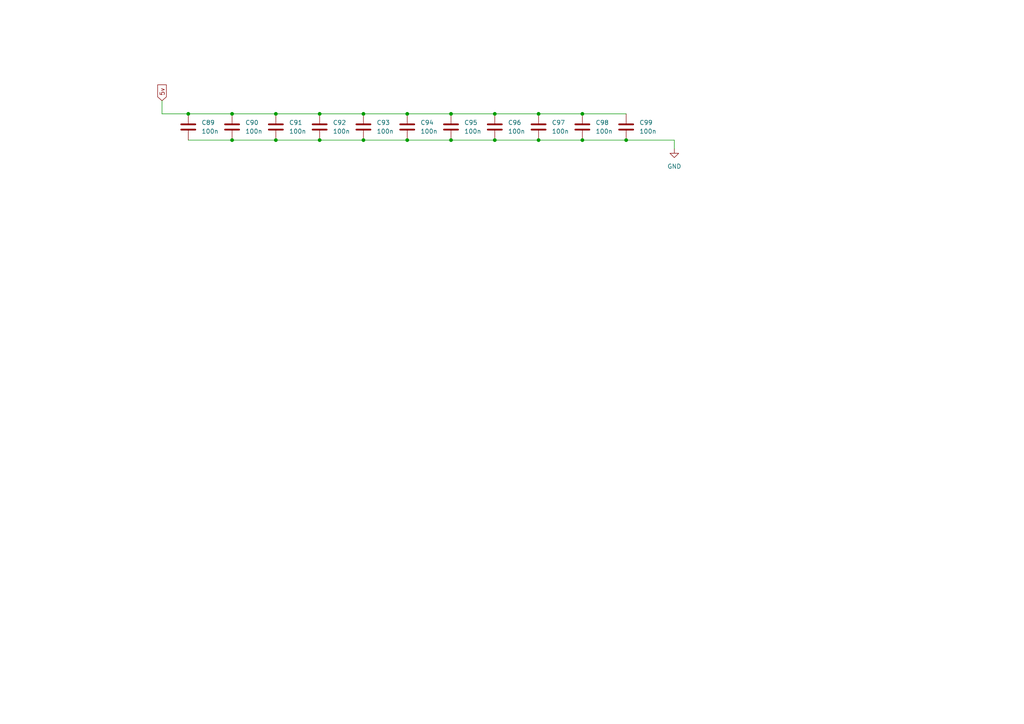
<source format=kicad_sch>
(kicad_sch (version 20231120) (generator "eeschema") (generator_version "8.0")
  (paper "A4")
  (lib_symbols
    (symbol "Device:C" (pin_numbers hide) (pin_names (offset 0.254))
      (property "Reference" "C" (at 0.635 2.54 0))
      (property "Value" "C" (at 0.635 -2.54 0))
      (symbol "C_0_1"
        (polyline (pts (xy -2.032 -0.762) (xy 2.032 -0.762)) (stroke (width 0.508)))
        (polyline (pts (xy -2.032 0.762) (xy 2.032 0.762)) (stroke (width 0.508)))
      )
      (symbol "C_1_1"
        (pin passive line (at 0 3.81 270) (length 2.794) (name "~") (number "1"))
        (pin passive line (at 0 -3.81 90) (length 2.794) (name "~") (number "2"))
      )
    )
    (symbol "power:GND" (power) (pin_numbers hide) (pin_names (offset 0) hide)
      (property "Value" "GND" (at 0 -3.81 0))
      (symbol "GND_0_1"
        (polyline (pts (xy 0 0) (xy 0 -1.27) (xy 1.27 -1.27) (xy 0 -2.54) (xy -1.27 -1.27) (xy 0 -1.27)))
      )
      (symbol "GND_1_1"
        (pin power_in line (at 0 0 270) (length 0) (name "~") (number "1"))
      )
    )
  )
  (junction (at 92.71 40.64))
  (junction (at 168.91 33.02))
  (junction (at 67.31 40.64))
  (junction (at 92.71 33.02))
  (junction (at 168.91 40.64))
  (junction (at 80.01 40.64))
  (junction (at 118.11 40.64))
  (junction (at 105.41 40.64))
  (junction (at 156.21 40.64))
  (junction (at 118.11 33.02))
  (junction (at 105.41 33.02))
  (junction (at 143.51 40.64))
  (junction (at 156.21 33.02))
  (junction (at 130.81 40.64))
  (junction (at 80.01 33.02))
  (junction (at 143.51 33.02))
  (junction (at 181.61 40.64))
  (junction (at 67.31 33.02))
  (junction (at 54.61 33.02))
  (junction (at 130.81 33.02))
  (wire (pts (xy 67.31 33.02) (xy 54.61 33.02)))
  (wire (pts (xy 130.81 40.64) (xy 143.51 40.64)))
  (wire (pts (xy 181.61 40.64) (xy 195.58 40.64)))
  (wire (pts (xy 54.61 33.02) (xy 46.99 33.02)))
  (wire (pts (xy 195.58 40.64) (xy 195.58 43.18)))
  (wire (pts (xy 105.41 33.02) (xy 92.71 33.02)))
  (wire (pts (xy 168.91 33.02) (xy 156.21 33.02)))
  (wire (pts (xy 143.51 33.02) (xy 130.81 33.02)))
  (wire (pts (xy 156.21 40.64) (xy 168.91 40.64)))
  (wire (pts (xy 118.11 40.64) (xy 130.81 40.64)))
  (wire (pts (xy 130.81 33.02) (xy 118.11 33.02)))
  (wire (pts (xy 46.99 29.21) (xy 46.99 33.02)))
  (wire (pts (xy 54.61 40.64) (xy 67.31 40.64)))
  (wire (pts (xy 181.61 33.02) (xy 168.91 33.02)))
  (wire (pts (xy 92.71 40.64) (xy 105.41 40.64)))
  (wire (pts (xy 168.91 40.64) (xy 181.61 40.64)))
  (wire (pts (xy 80.01 40.64) (xy 92.71 40.64)))
  (wire (pts (xy 80.01 33.02) (xy 67.31 33.02)))
  (wire (pts (xy 67.31 40.64) (xy 80.01 40.64)))
  (wire (pts (xy 105.41 40.64) (xy 118.11 40.64)))
  (wire (pts (xy 118.11 33.02) (xy 105.41 33.02)))
  (wire (pts (xy 92.71 33.02) (xy 80.01 33.02)))
  (wire (pts (xy 156.21 33.02) (xy 143.51 33.02)))
  (wire (pts (xy 143.51 40.64) (xy 156.21 40.64)))
  (global_label "5v" (shape input) (at 46.99 29.21 90) (property "Intersheetrefs" "${INTERSHEET_REFS}" (effects (hide yes))))
  (symbol (lib_id "Device:C") (at 118.11 36.83 0) (unit 1)
    (property "Reference" "C94" (at 121.92 35.5599 0) (effects (justify left)))
    (property "Value" "100n" (at 121.92 38.0999 0) (effects (justify left)))
    (property "Footprint" "Capacitor_SMD:C_0805_2012Metric_Pad1.18x1.45mm_HandSolder" (effects (hide yes)))
    (property "Description" "Unpolarized capacitor" (effects (hide yes)))
  )
  (symbol (lib_id "Device:C") (at 156.21 36.83 0) (unit 1)
    (property "Reference" "C97" (at 160.02 35.5599 0) (effects (justify left)))
    (property "Value" "100n" (at 160.02 38.0999 0) (effects (justify left)))
    (property "Footprint" "Capacitor_SMD:C_0805_2012Metric_Pad1.18x1.45mm_HandSolder" (effects (hide yes)))
    (property "Description" "Unpolarized capacitor" (effects (hide yes)))
  )
  (symbol (lib_id "Device:C") (at 168.91 36.83 0) (unit 1)
    (property "Reference" "C98" (at 172.72 35.5599 0) (effects (justify left)))
    (property "Value" "100n" (at 172.72 38.0999 0) (effects (justify left)))
    (property "Footprint" "Capacitor_SMD:C_0805_2012Metric_Pad1.18x1.45mm_HandSolder" (effects (hide yes)))
    (property "Description" "Unpolarized capacitor" (effects (hide yes)))
  )
  (symbol (lib_id "Device:C") (at 92.71 36.83 0) (unit 1)
    (property "Reference" "C92" (at 96.52 35.5599 0) (effects (justify left)))
    (property "Value" "100n" (at 96.52 38.0999 0) (effects (justify left)))
    (property "Footprint" "Capacitor_SMD:C_0805_2012Metric_Pad1.18x1.45mm_HandSolder" (effects (hide yes)))
    (property "Description" "Unpolarized capacitor" (effects (hide yes)))
  )
  (symbol (lib_id "Device:C") (at 67.31 36.83 0) (unit 1)
    (property "Reference" "C90" (at 71.12 35.5599 0) (effects (justify left)))
    (property "Value" "100n" (at 71.12 38.0999 0) (effects (justify left)))
    (property "Footprint" "Capacitor_SMD:C_0805_2012Metric_Pad1.18x1.45mm_HandSolder" (effects (hide yes)))
    (property "Description" "Unpolarized capacitor" (effects (hide yes)))
  )
  (symbol (lib_id "power:GND") (at 195.58 43.18 0) (unit 1)
    (property "Reference" "#PWR134" (effects (hide yes)))
    (property "Value" "GND" (at 195.58 48.26 0))
    (property "Description" "Power symbol creates a global label with name \"GND\" , ground" (effects (hide yes)))
  )
  (symbol (lib_id "Device:C") (at 54.61 36.83 0) (unit 1)
    (property "Reference" "C89" (at 58.42 35.5599 0) (effects (justify left)))
    (property "Value" "100n" (at 58.42 38.0999 0) (effects (justify left)))
    (property "Footprint" "Capacitor_SMD:C_0805_2012Metric_Pad1.18x1.45mm_HandSolder" (effects (hide yes)))
    (property "Description" "Unpolarized capacitor" (effects (hide yes)))
  )
  (symbol (lib_id "Device:C") (at 130.81 36.83 0) (unit 1)
    (property "Reference" "C95" (at 134.62 35.5599 0) (effects (justify left)))
    (property "Value" "100n" (at 134.62 38.0999 0) (effects (justify left)))
    (property "Footprint" "Capacitor_SMD:C_0805_2012Metric_Pad1.18x1.45mm_HandSolder" (effects (hide yes)))
    (property "Description" "Unpolarized capacitor" (effects (hide yes)))
  )
  (symbol (lib_id "Device:C") (at 181.61 36.83 0) (unit 1)
    (property "Reference" "C99" (at 185.42 35.5599 0) (effects (justify left)))
    (property "Value" "100n" (at 185.42 38.0999 0) (effects (justify left)))
    (property "Footprint" "Capacitor_SMD:C_0805_2012Metric_Pad1.18x1.45mm_HandSolder" (effects (hide yes)))
    (property "Description" "Unpolarized capacitor" (effects (hide yes)))
  )
  (symbol (lib_id "Device:C") (at 143.51 36.83 0) (unit 1)
    (property "Reference" "C96" (at 147.32 35.5599 0) (effects (justify left)))
    (property "Value" "100n" (at 147.32 38.0999 0) (effects (justify left)))
    (property "Footprint" "Capacitor_SMD:C_0805_2012Metric_Pad1.18x1.45mm_HandSolder" (effects (hide yes)))
    (property "Description" "Unpolarized capacitor" (effects (hide yes)))
  )
  (symbol (lib_id "Device:C") (at 80.01 36.83 0) (unit 1)
    (property "Reference" "C91" (at 83.82 35.5599 0) (effects (justify left)))
    (property "Value" "100n" (at 83.82 38.0999 0) (effects (justify left)))
    (property "Footprint" "Capacitor_SMD:C_0805_2012Metric_Pad1.18x1.45mm_HandSolder" (effects (hide yes)))
    (property "Description" "Unpolarized capacitor" (effects (hide yes)))
  )
  (symbol (lib_id "Device:C") (at 105.41 36.83 0) (unit 1)
    (property "Reference" "C93" (at 109.22 35.5599 0) (effects (justify left)))
    (property "Value" "100n" (at 109.22 38.0999 0) (effects (justify left)))
    (property "Footprint" "Capacitor_SMD:C_0805_2012Metric_Pad1.18x1.45mm_HandSolder" (effects (hide yes)))
    (property "Description" "Unpolarized capacitor" (effects (hide yes)))
  )
)
</source>
